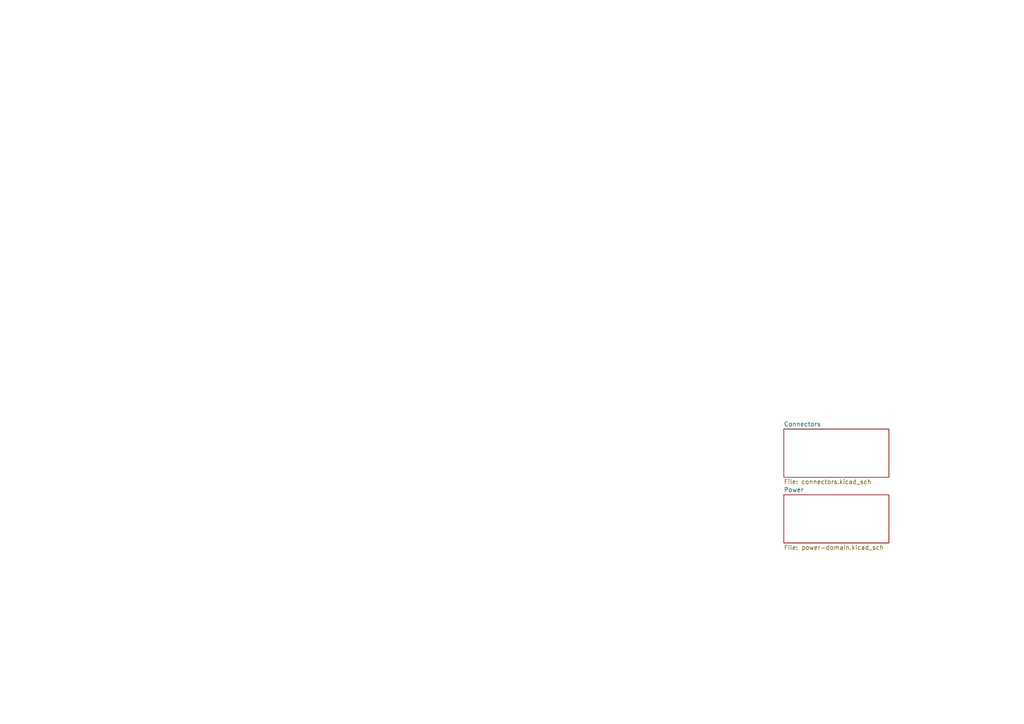
<source format=kicad_sch>
(kicad_sch (version 20230121) (generator eeschema)
  (paper "A4")
  (lib_symbols)
  (sheet (at 227.33 143.51) (size 30.48 13.97) (stroke (width 0.1524))
    (property "Sheetname" "Power" (at 227.33 142.7984 0) (effects (justify left bottom)))
    (property "Sheetfile" "power-domain.kicad_sch" (at 227.33 158.0646 0) (effects (justify left top)))
  )
  (sheet (at 227.33 124.46) (size 30.48 13.97) (stroke (width 0.1524))
    (property "Sheetname" "Connectors" (at 227.33 123.7484 0) (effects (justify left bottom)))
    (property "Sheetfile" "connectors.kicad_sch" (at 227.33 139.0146 0) (effects (justify left top)))
  )
)
</source>
